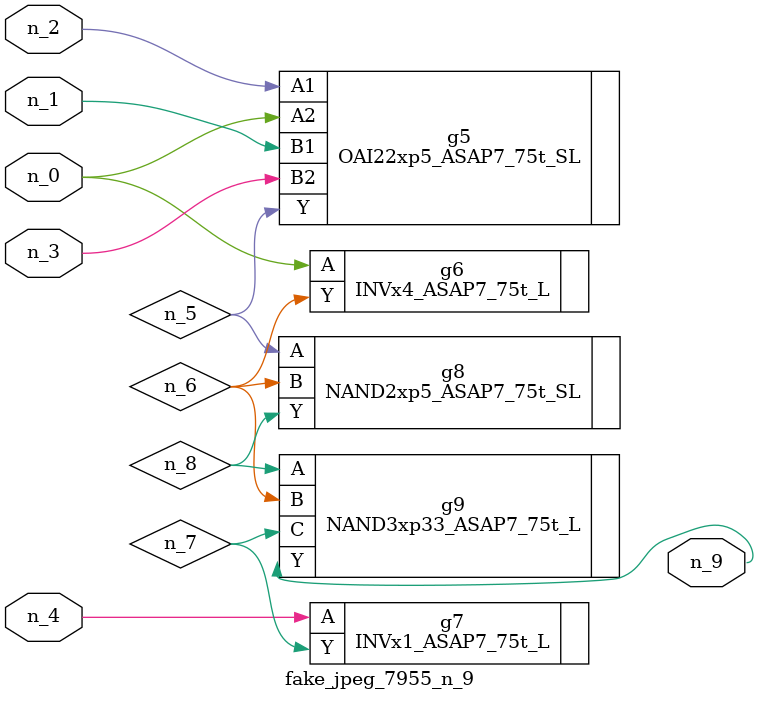
<source format=v>
module fake_jpeg_7955_n_9 (n_3, n_2, n_1, n_0, n_4, n_9);

input n_3;
input n_2;
input n_1;
input n_0;
input n_4;

output n_9;

wire n_8;
wire n_6;
wire n_5;
wire n_7;

OAI22xp5_ASAP7_75t_SL g5 ( 
.A1(n_2),
.A2(n_0),
.B1(n_1),
.B2(n_3),
.Y(n_5)
);

INVx4_ASAP7_75t_L g6 ( 
.A(n_0),
.Y(n_6)
);

INVx1_ASAP7_75t_L g7 ( 
.A(n_4),
.Y(n_7)
);

NAND2xp5_ASAP7_75t_SL g8 ( 
.A(n_5),
.B(n_6),
.Y(n_8)
);

NAND3xp33_ASAP7_75t_L g9 ( 
.A(n_8),
.B(n_6),
.C(n_7),
.Y(n_9)
);


endmodule
</source>
